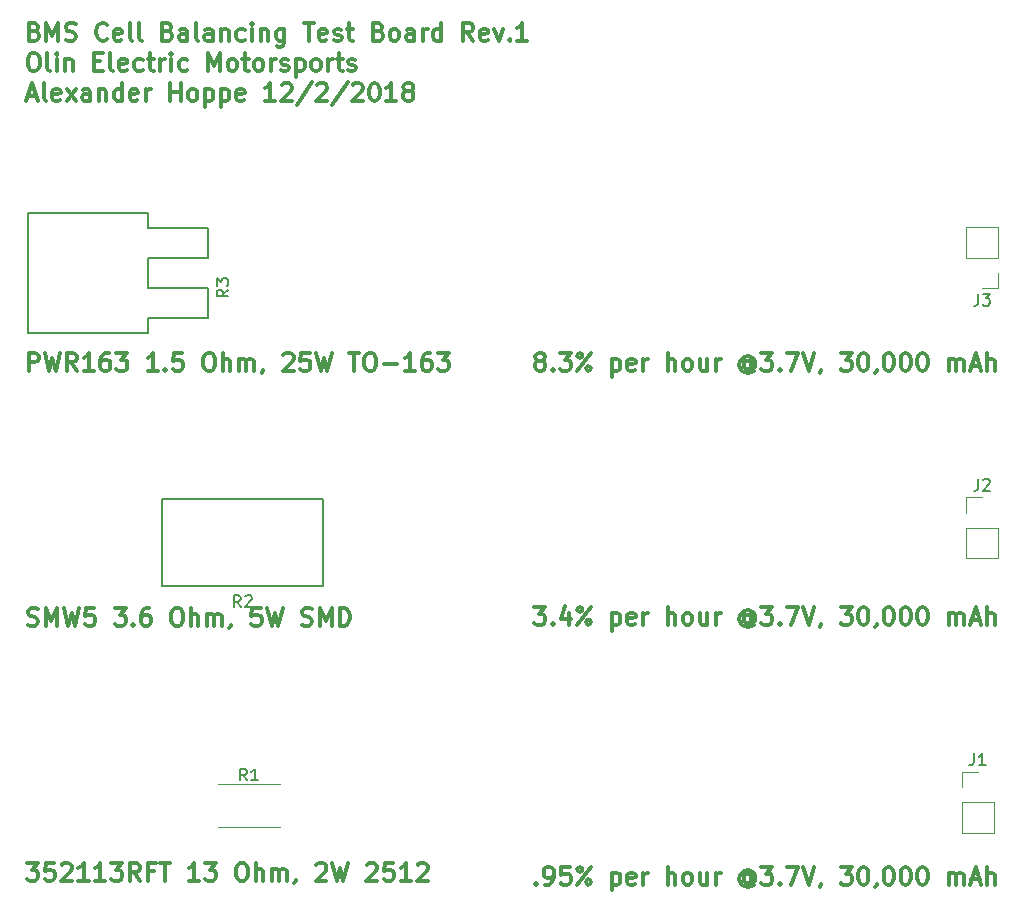
<source format=gbr>
G04 #@! TF.GenerationSoftware,KiCad,Pcbnew,5.0.2-bee76a0~70~ubuntu16.04.1*
G04 #@! TF.CreationDate,2018-12-03T21:57:15-05:00*
G04 #@! TF.ProjectId,BMS_balancing_test,424d535f-6261-46c6-916e-63696e675f74,rev?*
G04 #@! TF.SameCoordinates,Original*
G04 #@! TF.FileFunction,Legend,Top*
G04 #@! TF.FilePolarity,Positive*
%FSLAX46Y46*%
G04 Gerber Fmt 4.6, Leading zero omitted, Abs format (unit mm)*
G04 Created by KiCad (PCBNEW 5.0.2-bee76a0~70~ubuntu16.04.1) date Mon 03 Dec 2018 09:57:15 PM EST*
%MOMM*%
%LPD*%
G01*
G04 APERTURE LIST*
%ADD10C,0.300000*%
%ADD11C,0.120000*%
%ADD12C,0.150000*%
G04 APERTURE END LIST*
D10*
X112090714Y-107535714D02*
X112162142Y-107607142D01*
X112090714Y-107678571D01*
X112019285Y-107607142D01*
X112090714Y-107535714D01*
X112090714Y-107678571D01*
X112876428Y-107678571D02*
X113162142Y-107678571D01*
X113305000Y-107607142D01*
X113376428Y-107535714D01*
X113519285Y-107321428D01*
X113590714Y-107035714D01*
X113590714Y-106464285D01*
X113519285Y-106321428D01*
X113447857Y-106250000D01*
X113305000Y-106178571D01*
X113019285Y-106178571D01*
X112876428Y-106250000D01*
X112805000Y-106321428D01*
X112733571Y-106464285D01*
X112733571Y-106821428D01*
X112805000Y-106964285D01*
X112876428Y-107035714D01*
X113019285Y-107107142D01*
X113305000Y-107107142D01*
X113447857Y-107035714D01*
X113519285Y-106964285D01*
X113590714Y-106821428D01*
X114947857Y-106178571D02*
X114233571Y-106178571D01*
X114162142Y-106892857D01*
X114233571Y-106821428D01*
X114376428Y-106750000D01*
X114733571Y-106750000D01*
X114876428Y-106821428D01*
X114947857Y-106892857D01*
X115019285Y-107035714D01*
X115019285Y-107392857D01*
X114947857Y-107535714D01*
X114876428Y-107607142D01*
X114733571Y-107678571D01*
X114376428Y-107678571D01*
X114233571Y-107607142D01*
X114162142Y-107535714D01*
X115590714Y-107678571D02*
X116733571Y-106178571D01*
X115805000Y-106178571D02*
X115947857Y-106250000D01*
X116019285Y-106392857D01*
X115947857Y-106535714D01*
X115805000Y-106607142D01*
X115662142Y-106535714D01*
X115590714Y-106392857D01*
X115662142Y-106250000D01*
X115805000Y-106178571D01*
X116662142Y-107607142D02*
X116733571Y-107464285D01*
X116662142Y-107321428D01*
X116519285Y-107250000D01*
X116376428Y-107321428D01*
X116305000Y-107464285D01*
X116376428Y-107607142D01*
X116519285Y-107678571D01*
X116662142Y-107607142D01*
X118519285Y-106678571D02*
X118519285Y-108178571D01*
X118519285Y-106750000D02*
X118662142Y-106678571D01*
X118947857Y-106678571D01*
X119090714Y-106750000D01*
X119162142Y-106821428D01*
X119233571Y-106964285D01*
X119233571Y-107392857D01*
X119162142Y-107535714D01*
X119090714Y-107607142D01*
X118947857Y-107678571D01*
X118662142Y-107678571D01*
X118519285Y-107607142D01*
X120447857Y-107607142D02*
X120305000Y-107678571D01*
X120019285Y-107678571D01*
X119876428Y-107607142D01*
X119805000Y-107464285D01*
X119805000Y-106892857D01*
X119876428Y-106750000D01*
X120019285Y-106678571D01*
X120305000Y-106678571D01*
X120447857Y-106750000D01*
X120519285Y-106892857D01*
X120519285Y-107035714D01*
X119805000Y-107178571D01*
X121162142Y-107678571D02*
X121162142Y-106678571D01*
X121162142Y-106964285D02*
X121233571Y-106821428D01*
X121305000Y-106750000D01*
X121447857Y-106678571D01*
X121590714Y-106678571D01*
X123233571Y-107678571D02*
X123233571Y-106178571D01*
X123876428Y-107678571D02*
X123876428Y-106892857D01*
X123805000Y-106750000D01*
X123662142Y-106678571D01*
X123447857Y-106678571D01*
X123305000Y-106750000D01*
X123233571Y-106821428D01*
X124805000Y-107678571D02*
X124662142Y-107607142D01*
X124590714Y-107535714D01*
X124519285Y-107392857D01*
X124519285Y-106964285D01*
X124590714Y-106821428D01*
X124662142Y-106750000D01*
X124805000Y-106678571D01*
X125019285Y-106678571D01*
X125162142Y-106750000D01*
X125233571Y-106821428D01*
X125305000Y-106964285D01*
X125305000Y-107392857D01*
X125233571Y-107535714D01*
X125162142Y-107607142D01*
X125019285Y-107678571D01*
X124805000Y-107678571D01*
X126590714Y-106678571D02*
X126590714Y-107678571D01*
X125947857Y-106678571D02*
X125947857Y-107464285D01*
X126019285Y-107607142D01*
X126162142Y-107678571D01*
X126376428Y-107678571D01*
X126519285Y-107607142D01*
X126590714Y-107535714D01*
X127305000Y-107678571D02*
X127305000Y-106678571D01*
X127305000Y-106964285D02*
X127376428Y-106821428D01*
X127447857Y-106750000D01*
X127590714Y-106678571D01*
X127733571Y-106678571D01*
X130305000Y-106964285D02*
X130233571Y-106892857D01*
X130090714Y-106821428D01*
X129947857Y-106821428D01*
X129805000Y-106892857D01*
X129733571Y-106964285D01*
X129662142Y-107107142D01*
X129662142Y-107250000D01*
X129733571Y-107392857D01*
X129805000Y-107464285D01*
X129947857Y-107535714D01*
X130090714Y-107535714D01*
X130233571Y-107464285D01*
X130305000Y-107392857D01*
X130305000Y-106821428D02*
X130305000Y-107392857D01*
X130376428Y-107464285D01*
X130447857Y-107464285D01*
X130590714Y-107392857D01*
X130662142Y-107250000D01*
X130662142Y-106892857D01*
X130519285Y-106678571D01*
X130305000Y-106535714D01*
X130019285Y-106464285D01*
X129733571Y-106535714D01*
X129519285Y-106678571D01*
X129376428Y-106892857D01*
X129305000Y-107178571D01*
X129376428Y-107464285D01*
X129519285Y-107678571D01*
X129733571Y-107821428D01*
X130019285Y-107892857D01*
X130305000Y-107821428D01*
X130519285Y-107678571D01*
X131162142Y-106178571D02*
X132090714Y-106178571D01*
X131590714Y-106750000D01*
X131805000Y-106750000D01*
X131947857Y-106821428D01*
X132019285Y-106892857D01*
X132090714Y-107035714D01*
X132090714Y-107392857D01*
X132019285Y-107535714D01*
X131947857Y-107607142D01*
X131805000Y-107678571D01*
X131376428Y-107678571D01*
X131233571Y-107607142D01*
X131162142Y-107535714D01*
X132733571Y-107535714D02*
X132805000Y-107607142D01*
X132733571Y-107678571D01*
X132662142Y-107607142D01*
X132733571Y-107535714D01*
X132733571Y-107678571D01*
X133305000Y-106178571D02*
X134305000Y-106178571D01*
X133662142Y-107678571D01*
X134662142Y-106178571D02*
X135162142Y-107678571D01*
X135662142Y-106178571D01*
X136233571Y-107607142D02*
X136233571Y-107678571D01*
X136162142Y-107821428D01*
X136090714Y-107892857D01*
X137876428Y-106178571D02*
X138805000Y-106178571D01*
X138305000Y-106750000D01*
X138519285Y-106750000D01*
X138662142Y-106821428D01*
X138733571Y-106892857D01*
X138805000Y-107035714D01*
X138805000Y-107392857D01*
X138733571Y-107535714D01*
X138662142Y-107607142D01*
X138519285Y-107678571D01*
X138090714Y-107678571D01*
X137947857Y-107607142D01*
X137876428Y-107535714D01*
X139733571Y-106178571D02*
X139876428Y-106178571D01*
X140019285Y-106250000D01*
X140090714Y-106321428D01*
X140162142Y-106464285D01*
X140233571Y-106750000D01*
X140233571Y-107107142D01*
X140162142Y-107392857D01*
X140090714Y-107535714D01*
X140019285Y-107607142D01*
X139876428Y-107678571D01*
X139733571Y-107678571D01*
X139590714Y-107607142D01*
X139519285Y-107535714D01*
X139447857Y-107392857D01*
X139376428Y-107107142D01*
X139376428Y-106750000D01*
X139447857Y-106464285D01*
X139519285Y-106321428D01*
X139590714Y-106250000D01*
X139733571Y-106178571D01*
X140947857Y-107607142D02*
X140947857Y-107678571D01*
X140876428Y-107821428D01*
X140805000Y-107892857D01*
X141876428Y-106178571D02*
X142019285Y-106178571D01*
X142162142Y-106250000D01*
X142233571Y-106321428D01*
X142305000Y-106464285D01*
X142376428Y-106750000D01*
X142376428Y-107107142D01*
X142305000Y-107392857D01*
X142233571Y-107535714D01*
X142162142Y-107607142D01*
X142019285Y-107678571D01*
X141876428Y-107678571D01*
X141733571Y-107607142D01*
X141662142Y-107535714D01*
X141590714Y-107392857D01*
X141519285Y-107107142D01*
X141519285Y-106750000D01*
X141590714Y-106464285D01*
X141662142Y-106321428D01*
X141733571Y-106250000D01*
X141876428Y-106178571D01*
X143305000Y-106178571D02*
X143447857Y-106178571D01*
X143590714Y-106250000D01*
X143662142Y-106321428D01*
X143733571Y-106464285D01*
X143805000Y-106750000D01*
X143805000Y-107107142D01*
X143733571Y-107392857D01*
X143662142Y-107535714D01*
X143590714Y-107607142D01*
X143447857Y-107678571D01*
X143305000Y-107678571D01*
X143162142Y-107607142D01*
X143090714Y-107535714D01*
X143019285Y-107392857D01*
X142947857Y-107107142D01*
X142947857Y-106750000D01*
X143019285Y-106464285D01*
X143090714Y-106321428D01*
X143162142Y-106250000D01*
X143305000Y-106178571D01*
X144733571Y-106178571D02*
X144876428Y-106178571D01*
X145019285Y-106250000D01*
X145090714Y-106321428D01*
X145162142Y-106464285D01*
X145233571Y-106750000D01*
X145233571Y-107107142D01*
X145162142Y-107392857D01*
X145090714Y-107535714D01*
X145019285Y-107607142D01*
X144876428Y-107678571D01*
X144733571Y-107678571D01*
X144590714Y-107607142D01*
X144519285Y-107535714D01*
X144447857Y-107392857D01*
X144376428Y-107107142D01*
X144376428Y-106750000D01*
X144447857Y-106464285D01*
X144519285Y-106321428D01*
X144590714Y-106250000D01*
X144733571Y-106178571D01*
X147019285Y-107678571D02*
X147019285Y-106678571D01*
X147019285Y-106821428D02*
X147090714Y-106750000D01*
X147233571Y-106678571D01*
X147447857Y-106678571D01*
X147590714Y-106750000D01*
X147662142Y-106892857D01*
X147662142Y-107678571D01*
X147662142Y-106892857D02*
X147733571Y-106750000D01*
X147876428Y-106678571D01*
X148090714Y-106678571D01*
X148233571Y-106750000D01*
X148305000Y-106892857D01*
X148305000Y-107678571D01*
X148947857Y-107250000D02*
X149662142Y-107250000D01*
X148805000Y-107678571D02*
X149305000Y-106178571D01*
X149805000Y-107678571D01*
X150305000Y-107678571D02*
X150305000Y-106178571D01*
X150947857Y-107678571D02*
X150947857Y-106892857D01*
X150876428Y-106750000D01*
X150733571Y-106678571D01*
X150519285Y-106678571D01*
X150376428Y-106750000D01*
X150305000Y-106821428D01*
X111947857Y-84178571D02*
X112876428Y-84178571D01*
X112376428Y-84750000D01*
X112590714Y-84750000D01*
X112733571Y-84821428D01*
X112805000Y-84892857D01*
X112876428Y-85035714D01*
X112876428Y-85392857D01*
X112805000Y-85535714D01*
X112733571Y-85607142D01*
X112590714Y-85678571D01*
X112162142Y-85678571D01*
X112019285Y-85607142D01*
X111947857Y-85535714D01*
X113519285Y-85535714D02*
X113590714Y-85607142D01*
X113519285Y-85678571D01*
X113447857Y-85607142D01*
X113519285Y-85535714D01*
X113519285Y-85678571D01*
X114876428Y-84678571D02*
X114876428Y-85678571D01*
X114519285Y-84107142D02*
X114162142Y-85178571D01*
X115090714Y-85178571D01*
X115590714Y-85678571D02*
X116733571Y-84178571D01*
X115805000Y-84178571D02*
X115947857Y-84250000D01*
X116019285Y-84392857D01*
X115947857Y-84535714D01*
X115805000Y-84607142D01*
X115662142Y-84535714D01*
X115590714Y-84392857D01*
X115662142Y-84250000D01*
X115805000Y-84178571D01*
X116662142Y-85607142D02*
X116733571Y-85464285D01*
X116662142Y-85321428D01*
X116519285Y-85250000D01*
X116376428Y-85321428D01*
X116305000Y-85464285D01*
X116376428Y-85607142D01*
X116519285Y-85678571D01*
X116662142Y-85607142D01*
X118519285Y-84678571D02*
X118519285Y-86178571D01*
X118519285Y-84750000D02*
X118662142Y-84678571D01*
X118947857Y-84678571D01*
X119090714Y-84750000D01*
X119162142Y-84821428D01*
X119233571Y-84964285D01*
X119233571Y-85392857D01*
X119162142Y-85535714D01*
X119090714Y-85607142D01*
X118947857Y-85678571D01*
X118662142Y-85678571D01*
X118519285Y-85607142D01*
X120447857Y-85607142D02*
X120305000Y-85678571D01*
X120019285Y-85678571D01*
X119876428Y-85607142D01*
X119805000Y-85464285D01*
X119805000Y-84892857D01*
X119876428Y-84750000D01*
X120019285Y-84678571D01*
X120305000Y-84678571D01*
X120447857Y-84750000D01*
X120519285Y-84892857D01*
X120519285Y-85035714D01*
X119805000Y-85178571D01*
X121162142Y-85678571D02*
X121162142Y-84678571D01*
X121162142Y-84964285D02*
X121233571Y-84821428D01*
X121305000Y-84750000D01*
X121447857Y-84678571D01*
X121590714Y-84678571D01*
X123233571Y-85678571D02*
X123233571Y-84178571D01*
X123876428Y-85678571D02*
X123876428Y-84892857D01*
X123805000Y-84750000D01*
X123662142Y-84678571D01*
X123447857Y-84678571D01*
X123305000Y-84750000D01*
X123233571Y-84821428D01*
X124805000Y-85678571D02*
X124662142Y-85607142D01*
X124590714Y-85535714D01*
X124519285Y-85392857D01*
X124519285Y-84964285D01*
X124590714Y-84821428D01*
X124662142Y-84750000D01*
X124805000Y-84678571D01*
X125019285Y-84678571D01*
X125162142Y-84750000D01*
X125233571Y-84821428D01*
X125305000Y-84964285D01*
X125305000Y-85392857D01*
X125233571Y-85535714D01*
X125162142Y-85607142D01*
X125019285Y-85678571D01*
X124805000Y-85678571D01*
X126590714Y-84678571D02*
X126590714Y-85678571D01*
X125947857Y-84678571D02*
X125947857Y-85464285D01*
X126019285Y-85607142D01*
X126162142Y-85678571D01*
X126376428Y-85678571D01*
X126519285Y-85607142D01*
X126590714Y-85535714D01*
X127305000Y-85678571D02*
X127305000Y-84678571D01*
X127305000Y-84964285D02*
X127376428Y-84821428D01*
X127447857Y-84750000D01*
X127590714Y-84678571D01*
X127733571Y-84678571D01*
X130305000Y-84964285D02*
X130233571Y-84892857D01*
X130090714Y-84821428D01*
X129947857Y-84821428D01*
X129805000Y-84892857D01*
X129733571Y-84964285D01*
X129662142Y-85107142D01*
X129662142Y-85250000D01*
X129733571Y-85392857D01*
X129805000Y-85464285D01*
X129947857Y-85535714D01*
X130090714Y-85535714D01*
X130233571Y-85464285D01*
X130305000Y-85392857D01*
X130305000Y-84821428D02*
X130305000Y-85392857D01*
X130376428Y-85464285D01*
X130447857Y-85464285D01*
X130590714Y-85392857D01*
X130662142Y-85250000D01*
X130662142Y-84892857D01*
X130519285Y-84678571D01*
X130305000Y-84535714D01*
X130019285Y-84464285D01*
X129733571Y-84535714D01*
X129519285Y-84678571D01*
X129376428Y-84892857D01*
X129305000Y-85178571D01*
X129376428Y-85464285D01*
X129519285Y-85678571D01*
X129733571Y-85821428D01*
X130019285Y-85892857D01*
X130305000Y-85821428D01*
X130519285Y-85678571D01*
X131162142Y-84178571D02*
X132090714Y-84178571D01*
X131590714Y-84750000D01*
X131805000Y-84750000D01*
X131947857Y-84821428D01*
X132019285Y-84892857D01*
X132090714Y-85035714D01*
X132090714Y-85392857D01*
X132019285Y-85535714D01*
X131947857Y-85607142D01*
X131805000Y-85678571D01*
X131376428Y-85678571D01*
X131233571Y-85607142D01*
X131162142Y-85535714D01*
X132733571Y-85535714D02*
X132805000Y-85607142D01*
X132733571Y-85678571D01*
X132662142Y-85607142D01*
X132733571Y-85535714D01*
X132733571Y-85678571D01*
X133305000Y-84178571D02*
X134305000Y-84178571D01*
X133662142Y-85678571D01*
X134662142Y-84178571D02*
X135162142Y-85678571D01*
X135662142Y-84178571D01*
X136233571Y-85607142D02*
X136233571Y-85678571D01*
X136162142Y-85821428D01*
X136090714Y-85892857D01*
X137876428Y-84178571D02*
X138805000Y-84178571D01*
X138305000Y-84750000D01*
X138519285Y-84750000D01*
X138662142Y-84821428D01*
X138733571Y-84892857D01*
X138805000Y-85035714D01*
X138805000Y-85392857D01*
X138733571Y-85535714D01*
X138662142Y-85607142D01*
X138519285Y-85678571D01*
X138090714Y-85678571D01*
X137947857Y-85607142D01*
X137876428Y-85535714D01*
X139733571Y-84178571D02*
X139876428Y-84178571D01*
X140019285Y-84250000D01*
X140090714Y-84321428D01*
X140162142Y-84464285D01*
X140233571Y-84750000D01*
X140233571Y-85107142D01*
X140162142Y-85392857D01*
X140090714Y-85535714D01*
X140019285Y-85607142D01*
X139876428Y-85678571D01*
X139733571Y-85678571D01*
X139590714Y-85607142D01*
X139519285Y-85535714D01*
X139447857Y-85392857D01*
X139376428Y-85107142D01*
X139376428Y-84750000D01*
X139447857Y-84464285D01*
X139519285Y-84321428D01*
X139590714Y-84250000D01*
X139733571Y-84178571D01*
X140947857Y-85607142D02*
X140947857Y-85678571D01*
X140876428Y-85821428D01*
X140805000Y-85892857D01*
X141876428Y-84178571D02*
X142019285Y-84178571D01*
X142162142Y-84250000D01*
X142233571Y-84321428D01*
X142305000Y-84464285D01*
X142376428Y-84750000D01*
X142376428Y-85107142D01*
X142305000Y-85392857D01*
X142233571Y-85535714D01*
X142162142Y-85607142D01*
X142019285Y-85678571D01*
X141876428Y-85678571D01*
X141733571Y-85607142D01*
X141662142Y-85535714D01*
X141590714Y-85392857D01*
X141519285Y-85107142D01*
X141519285Y-84750000D01*
X141590714Y-84464285D01*
X141662142Y-84321428D01*
X141733571Y-84250000D01*
X141876428Y-84178571D01*
X143305000Y-84178571D02*
X143447857Y-84178571D01*
X143590714Y-84250000D01*
X143662142Y-84321428D01*
X143733571Y-84464285D01*
X143805000Y-84750000D01*
X143805000Y-85107142D01*
X143733571Y-85392857D01*
X143662142Y-85535714D01*
X143590714Y-85607142D01*
X143447857Y-85678571D01*
X143305000Y-85678571D01*
X143162142Y-85607142D01*
X143090714Y-85535714D01*
X143019285Y-85392857D01*
X142947857Y-85107142D01*
X142947857Y-84750000D01*
X143019285Y-84464285D01*
X143090714Y-84321428D01*
X143162142Y-84250000D01*
X143305000Y-84178571D01*
X144733571Y-84178571D02*
X144876428Y-84178571D01*
X145019285Y-84250000D01*
X145090714Y-84321428D01*
X145162142Y-84464285D01*
X145233571Y-84750000D01*
X145233571Y-85107142D01*
X145162142Y-85392857D01*
X145090714Y-85535714D01*
X145019285Y-85607142D01*
X144876428Y-85678571D01*
X144733571Y-85678571D01*
X144590714Y-85607142D01*
X144519285Y-85535714D01*
X144447857Y-85392857D01*
X144376428Y-85107142D01*
X144376428Y-84750000D01*
X144447857Y-84464285D01*
X144519285Y-84321428D01*
X144590714Y-84250000D01*
X144733571Y-84178571D01*
X147019285Y-85678571D02*
X147019285Y-84678571D01*
X147019285Y-84821428D02*
X147090714Y-84750000D01*
X147233571Y-84678571D01*
X147447857Y-84678571D01*
X147590714Y-84750000D01*
X147662142Y-84892857D01*
X147662142Y-85678571D01*
X147662142Y-84892857D02*
X147733571Y-84750000D01*
X147876428Y-84678571D01*
X148090714Y-84678571D01*
X148233571Y-84750000D01*
X148305000Y-84892857D01*
X148305000Y-85678571D01*
X148947857Y-85250000D02*
X149662142Y-85250000D01*
X148805000Y-85678571D02*
X149305000Y-84178571D01*
X149805000Y-85678571D01*
X150305000Y-85678571D02*
X150305000Y-84178571D01*
X150947857Y-85678571D02*
X150947857Y-84892857D01*
X150876428Y-84750000D01*
X150733571Y-84678571D01*
X150519285Y-84678571D01*
X150376428Y-84750000D01*
X150305000Y-84821428D01*
X112305000Y-63321428D02*
X112162142Y-63250000D01*
X112090714Y-63178571D01*
X112019285Y-63035714D01*
X112019285Y-62964285D01*
X112090714Y-62821428D01*
X112162142Y-62750000D01*
X112305000Y-62678571D01*
X112590714Y-62678571D01*
X112733571Y-62750000D01*
X112805000Y-62821428D01*
X112876428Y-62964285D01*
X112876428Y-63035714D01*
X112805000Y-63178571D01*
X112733571Y-63250000D01*
X112590714Y-63321428D01*
X112305000Y-63321428D01*
X112162142Y-63392857D01*
X112090714Y-63464285D01*
X112019285Y-63607142D01*
X112019285Y-63892857D01*
X112090714Y-64035714D01*
X112162142Y-64107142D01*
X112305000Y-64178571D01*
X112590714Y-64178571D01*
X112733571Y-64107142D01*
X112805000Y-64035714D01*
X112876428Y-63892857D01*
X112876428Y-63607142D01*
X112805000Y-63464285D01*
X112733571Y-63392857D01*
X112590714Y-63321428D01*
X113519285Y-64035714D02*
X113590714Y-64107142D01*
X113519285Y-64178571D01*
X113447857Y-64107142D01*
X113519285Y-64035714D01*
X113519285Y-64178571D01*
X114090714Y-62678571D02*
X115019285Y-62678571D01*
X114519285Y-63250000D01*
X114733571Y-63250000D01*
X114876428Y-63321428D01*
X114947857Y-63392857D01*
X115019285Y-63535714D01*
X115019285Y-63892857D01*
X114947857Y-64035714D01*
X114876428Y-64107142D01*
X114733571Y-64178571D01*
X114305000Y-64178571D01*
X114162142Y-64107142D01*
X114090714Y-64035714D01*
X115590714Y-64178571D02*
X116733571Y-62678571D01*
X115805000Y-62678571D02*
X115947857Y-62750000D01*
X116019285Y-62892857D01*
X115947857Y-63035714D01*
X115805000Y-63107142D01*
X115662142Y-63035714D01*
X115590714Y-62892857D01*
X115662142Y-62750000D01*
X115805000Y-62678571D01*
X116662142Y-64107142D02*
X116733571Y-63964285D01*
X116662142Y-63821428D01*
X116519285Y-63750000D01*
X116376428Y-63821428D01*
X116305000Y-63964285D01*
X116376428Y-64107142D01*
X116519285Y-64178571D01*
X116662142Y-64107142D01*
X118519285Y-63178571D02*
X118519285Y-64678571D01*
X118519285Y-63250000D02*
X118662142Y-63178571D01*
X118947857Y-63178571D01*
X119090714Y-63250000D01*
X119162142Y-63321428D01*
X119233571Y-63464285D01*
X119233571Y-63892857D01*
X119162142Y-64035714D01*
X119090714Y-64107142D01*
X118947857Y-64178571D01*
X118662142Y-64178571D01*
X118519285Y-64107142D01*
X120447857Y-64107142D02*
X120305000Y-64178571D01*
X120019285Y-64178571D01*
X119876428Y-64107142D01*
X119805000Y-63964285D01*
X119805000Y-63392857D01*
X119876428Y-63250000D01*
X120019285Y-63178571D01*
X120305000Y-63178571D01*
X120447857Y-63250000D01*
X120519285Y-63392857D01*
X120519285Y-63535714D01*
X119805000Y-63678571D01*
X121162142Y-64178571D02*
X121162142Y-63178571D01*
X121162142Y-63464285D02*
X121233571Y-63321428D01*
X121305000Y-63250000D01*
X121447857Y-63178571D01*
X121590714Y-63178571D01*
X123233571Y-64178571D02*
X123233571Y-62678571D01*
X123876428Y-64178571D02*
X123876428Y-63392857D01*
X123805000Y-63250000D01*
X123662142Y-63178571D01*
X123447857Y-63178571D01*
X123305000Y-63250000D01*
X123233571Y-63321428D01*
X124805000Y-64178571D02*
X124662142Y-64107142D01*
X124590714Y-64035714D01*
X124519285Y-63892857D01*
X124519285Y-63464285D01*
X124590714Y-63321428D01*
X124662142Y-63250000D01*
X124805000Y-63178571D01*
X125019285Y-63178571D01*
X125162142Y-63250000D01*
X125233571Y-63321428D01*
X125305000Y-63464285D01*
X125305000Y-63892857D01*
X125233571Y-64035714D01*
X125162142Y-64107142D01*
X125019285Y-64178571D01*
X124805000Y-64178571D01*
X126590714Y-63178571D02*
X126590714Y-64178571D01*
X125947857Y-63178571D02*
X125947857Y-63964285D01*
X126019285Y-64107142D01*
X126162142Y-64178571D01*
X126376428Y-64178571D01*
X126519285Y-64107142D01*
X126590714Y-64035714D01*
X127305000Y-64178571D02*
X127305000Y-63178571D01*
X127305000Y-63464285D02*
X127376428Y-63321428D01*
X127447857Y-63250000D01*
X127590714Y-63178571D01*
X127733571Y-63178571D01*
X130305000Y-63464285D02*
X130233571Y-63392857D01*
X130090714Y-63321428D01*
X129947857Y-63321428D01*
X129805000Y-63392857D01*
X129733571Y-63464285D01*
X129662142Y-63607142D01*
X129662142Y-63750000D01*
X129733571Y-63892857D01*
X129805000Y-63964285D01*
X129947857Y-64035714D01*
X130090714Y-64035714D01*
X130233571Y-63964285D01*
X130305000Y-63892857D01*
X130305000Y-63321428D02*
X130305000Y-63892857D01*
X130376428Y-63964285D01*
X130447857Y-63964285D01*
X130590714Y-63892857D01*
X130662142Y-63750000D01*
X130662142Y-63392857D01*
X130519285Y-63178571D01*
X130305000Y-63035714D01*
X130019285Y-62964285D01*
X129733571Y-63035714D01*
X129519285Y-63178571D01*
X129376428Y-63392857D01*
X129305000Y-63678571D01*
X129376428Y-63964285D01*
X129519285Y-64178571D01*
X129733571Y-64321428D01*
X130019285Y-64392857D01*
X130305000Y-64321428D01*
X130519285Y-64178571D01*
X131162142Y-62678571D02*
X132090714Y-62678571D01*
X131590714Y-63250000D01*
X131805000Y-63250000D01*
X131947857Y-63321428D01*
X132019285Y-63392857D01*
X132090714Y-63535714D01*
X132090714Y-63892857D01*
X132019285Y-64035714D01*
X131947857Y-64107142D01*
X131805000Y-64178571D01*
X131376428Y-64178571D01*
X131233571Y-64107142D01*
X131162142Y-64035714D01*
X132733571Y-64035714D02*
X132805000Y-64107142D01*
X132733571Y-64178571D01*
X132662142Y-64107142D01*
X132733571Y-64035714D01*
X132733571Y-64178571D01*
X133305000Y-62678571D02*
X134305000Y-62678571D01*
X133662142Y-64178571D01*
X134662142Y-62678571D02*
X135162142Y-64178571D01*
X135662142Y-62678571D01*
X136233571Y-64107142D02*
X136233571Y-64178571D01*
X136162142Y-64321428D01*
X136090714Y-64392857D01*
X137876428Y-62678571D02*
X138805000Y-62678571D01*
X138305000Y-63250000D01*
X138519285Y-63250000D01*
X138662142Y-63321428D01*
X138733571Y-63392857D01*
X138805000Y-63535714D01*
X138805000Y-63892857D01*
X138733571Y-64035714D01*
X138662142Y-64107142D01*
X138519285Y-64178571D01*
X138090714Y-64178571D01*
X137947857Y-64107142D01*
X137876428Y-64035714D01*
X139733571Y-62678571D02*
X139876428Y-62678571D01*
X140019285Y-62750000D01*
X140090714Y-62821428D01*
X140162142Y-62964285D01*
X140233571Y-63250000D01*
X140233571Y-63607142D01*
X140162142Y-63892857D01*
X140090714Y-64035714D01*
X140019285Y-64107142D01*
X139876428Y-64178571D01*
X139733571Y-64178571D01*
X139590714Y-64107142D01*
X139519285Y-64035714D01*
X139447857Y-63892857D01*
X139376428Y-63607142D01*
X139376428Y-63250000D01*
X139447857Y-62964285D01*
X139519285Y-62821428D01*
X139590714Y-62750000D01*
X139733571Y-62678571D01*
X140947857Y-64107142D02*
X140947857Y-64178571D01*
X140876428Y-64321428D01*
X140805000Y-64392857D01*
X141876428Y-62678571D02*
X142019285Y-62678571D01*
X142162142Y-62750000D01*
X142233571Y-62821428D01*
X142305000Y-62964285D01*
X142376428Y-63250000D01*
X142376428Y-63607142D01*
X142305000Y-63892857D01*
X142233571Y-64035714D01*
X142162142Y-64107142D01*
X142019285Y-64178571D01*
X141876428Y-64178571D01*
X141733571Y-64107142D01*
X141662142Y-64035714D01*
X141590714Y-63892857D01*
X141519285Y-63607142D01*
X141519285Y-63250000D01*
X141590714Y-62964285D01*
X141662142Y-62821428D01*
X141733571Y-62750000D01*
X141876428Y-62678571D01*
X143305000Y-62678571D02*
X143447857Y-62678571D01*
X143590714Y-62750000D01*
X143662142Y-62821428D01*
X143733571Y-62964285D01*
X143805000Y-63250000D01*
X143805000Y-63607142D01*
X143733571Y-63892857D01*
X143662142Y-64035714D01*
X143590714Y-64107142D01*
X143447857Y-64178571D01*
X143305000Y-64178571D01*
X143162142Y-64107142D01*
X143090714Y-64035714D01*
X143019285Y-63892857D01*
X142947857Y-63607142D01*
X142947857Y-63250000D01*
X143019285Y-62964285D01*
X143090714Y-62821428D01*
X143162142Y-62750000D01*
X143305000Y-62678571D01*
X144733571Y-62678571D02*
X144876428Y-62678571D01*
X145019285Y-62750000D01*
X145090714Y-62821428D01*
X145162142Y-62964285D01*
X145233571Y-63250000D01*
X145233571Y-63607142D01*
X145162142Y-63892857D01*
X145090714Y-64035714D01*
X145019285Y-64107142D01*
X144876428Y-64178571D01*
X144733571Y-64178571D01*
X144590714Y-64107142D01*
X144519285Y-64035714D01*
X144447857Y-63892857D01*
X144376428Y-63607142D01*
X144376428Y-63250000D01*
X144447857Y-62964285D01*
X144519285Y-62821428D01*
X144590714Y-62750000D01*
X144733571Y-62678571D01*
X147019285Y-64178571D02*
X147019285Y-63178571D01*
X147019285Y-63321428D02*
X147090714Y-63250000D01*
X147233571Y-63178571D01*
X147447857Y-63178571D01*
X147590714Y-63250000D01*
X147662142Y-63392857D01*
X147662142Y-64178571D01*
X147662142Y-63392857D02*
X147733571Y-63250000D01*
X147876428Y-63178571D01*
X148090714Y-63178571D01*
X148233571Y-63250000D01*
X148305000Y-63392857D01*
X148305000Y-64178571D01*
X148947857Y-63750000D02*
X149662142Y-63750000D01*
X148805000Y-64178571D02*
X149305000Y-62678571D01*
X149805000Y-64178571D01*
X150305000Y-64178571D02*
X150305000Y-62678571D01*
X150947857Y-64178571D02*
X150947857Y-63392857D01*
X150876428Y-63250000D01*
X150733571Y-63178571D01*
X150519285Y-63178571D01*
X150376428Y-63250000D01*
X150305000Y-63321428D01*
X68989285Y-105858571D02*
X69917857Y-105858571D01*
X69417857Y-106430000D01*
X69632142Y-106430000D01*
X69775000Y-106501428D01*
X69846428Y-106572857D01*
X69917857Y-106715714D01*
X69917857Y-107072857D01*
X69846428Y-107215714D01*
X69775000Y-107287142D01*
X69632142Y-107358571D01*
X69203571Y-107358571D01*
X69060714Y-107287142D01*
X68989285Y-107215714D01*
X71275000Y-105858571D02*
X70560714Y-105858571D01*
X70489285Y-106572857D01*
X70560714Y-106501428D01*
X70703571Y-106430000D01*
X71060714Y-106430000D01*
X71203571Y-106501428D01*
X71275000Y-106572857D01*
X71346428Y-106715714D01*
X71346428Y-107072857D01*
X71275000Y-107215714D01*
X71203571Y-107287142D01*
X71060714Y-107358571D01*
X70703571Y-107358571D01*
X70560714Y-107287142D01*
X70489285Y-107215714D01*
X71917857Y-106001428D02*
X71989285Y-105930000D01*
X72132142Y-105858571D01*
X72489285Y-105858571D01*
X72632142Y-105930000D01*
X72703571Y-106001428D01*
X72775000Y-106144285D01*
X72775000Y-106287142D01*
X72703571Y-106501428D01*
X71846428Y-107358571D01*
X72775000Y-107358571D01*
X74203571Y-107358571D02*
X73346428Y-107358571D01*
X73775000Y-107358571D02*
X73775000Y-105858571D01*
X73632142Y-106072857D01*
X73489285Y-106215714D01*
X73346428Y-106287142D01*
X75632142Y-107358571D02*
X74775000Y-107358571D01*
X75203571Y-107358571D02*
X75203571Y-105858571D01*
X75060714Y-106072857D01*
X74917857Y-106215714D01*
X74775000Y-106287142D01*
X76132142Y-105858571D02*
X77060714Y-105858571D01*
X76560714Y-106430000D01*
X76775000Y-106430000D01*
X76917857Y-106501428D01*
X76989285Y-106572857D01*
X77060714Y-106715714D01*
X77060714Y-107072857D01*
X76989285Y-107215714D01*
X76917857Y-107287142D01*
X76775000Y-107358571D01*
X76346428Y-107358571D01*
X76203571Y-107287142D01*
X76132142Y-107215714D01*
X78560714Y-107358571D02*
X78060714Y-106644285D01*
X77703571Y-107358571D02*
X77703571Y-105858571D01*
X78275000Y-105858571D01*
X78417857Y-105930000D01*
X78489285Y-106001428D01*
X78560714Y-106144285D01*
X78560714Y-106358571D01*
X78489285Y-106501428D01*
X78417857Y-106572857D01*
X78275000Y-106644285D01*
X77703571Y-106644285D01*
X79703571Y-106572857D02*
X79203571Y-106572857D01*
X79203571Y-107358571D02*
X79203571Y-105858571D01*
X79917857Y-105858571D01*
X80275000Y-105858571D02*
X81132142Y-105858571D01*
X80703571Y-107358571D02*
X80703571Y-105858571D01*
X83560714Y-107358571D02*
X82703571Y-107358571D01*
X83132142Y-107358571D02*
X83132142Y-105858571D01*
X82989285Y-106072857D01*
X82846428Y-106215714D01*
X82703571Y-106287142D01*
X84060714Y-105858571D02*
X84989285Y-105858571D01*
X84489285Y-106430000D01*
X84703571Y-106430000D01*
X84846428Y-106501428D01*
X84917857Y-106572857D01*
X84989285Y-106715714D01*
X84989285Y-107072857D01*
X84917857Y-107215714D01*
X84846428Y-107287142D01*
X84703571Y-107358571D01*
X84275000Y-107358571D01*
X84132142Y-107287142D01*
X84060714Y-107215714D01*
X87060714Y-105858571D02*
X87346428Y-105858571D01*
X87489285Y-105930000D01*
X87632142Y-106072857D01*
X87703571Y-106358571D01*
X87703571Y-106858571D01*
X87632142Y-107144285D01*
X87489285Y-107287142D01*
X87346428Y-107358571D01*
X87060714Y-107358571D01*
X86917857Y-107287142D01*
X86775000Y-107144285D01*
X86703571Y-106858571D01*
X86703571Y-106358571D01*
X86775000Y-106072857D01*
X86917857Y-105930000D01*
X87060714Y-105858571D01*
X88346428Y-107358571D02*
X88346428Y-105858571D01*
X88989285Y-107358571D02*
X88989285Y-106572857D01*
X88917857Y-106430000D01*
X88775000Y-106358571D01*
X88560714Y-106358571D01*
X88417857Y-106430000D01*
X88346428Y-106501428D01*
X89703571Y-107358571D02*
X89703571Y-106358571D01*
X89703571Y-106501428D02*
X89775000Y-106430000D01*
X89917857Y-106358571D01*
X90132142Y-106358571D01*
X90275000Y-106430000D01*
X90346428Y-106572857D01*
X90346428Y-107358571D01*
X90346428Y-106572857D02*
X90417857Y-106430000D01*
X90560714Y-106358571D01*
X90775000Y-106358571D01*
X90917857Y-106430000D01*
X90989285Y-106572857D01*
X90989285Y-107358571D01*
X91775000Y-107287142D02*
X91775000Y-107358571D01*
X91703571Y-107501428D01*
X91632142Y-107572857D01*
X93489285Y-106001428D02*
X93560714Y-105930000D01*
X93703571Y-105858571D01*
X94060714Y-105858571D01*
X94203571Y-105930000D01*
X94275000Y-106001428D01*
X94346428Y-106144285D01*
X94346428Y-106287142D01*
X94275000Y-106501428D01*
X93417857Y-107358571D01*
X94346428Y-107358571D01*
X94846428Y-105858571D02*
X95203571Y-107358571D01*
X95489285Y-106287142D01*
X95775000Y-107358571D01*
X96132142Y-105858571D01*
X97775000Y-106001428D02*
X97846428Y-105930000D01*
X97989285Y-105858571D01*
X98346428Y-105858571D01*
X98489285Y-105930000D01*
X98560714Y-106001428D01*
X98632142Y-106144285D01*
X98632142Y-106287142D01*
X98560714Y-106501428D01*
X97703571Y-107358571D01*
X98632142Y-107358571D01*
X99989285Y-105858571D02*
X99275000Y-105858571D01*
X99203571Y-106572857D01*
X99275000Y-106501428D01*
X99417857Y-106430000D01*
X99775000Y-106430000D01*
X99917857Y-106501428D01*
X99989285Y-106572857D01*
X100060714Y-106715714D01*
X100060714Y-107072857D01*
X99989285Y-107215714D01*
X99917857Y-107287142D01*
X99775000Y-107358571D01*
X99417857Y-107358571D01*
X99275000Y-107287142D01*
X99203571Y-107215714D01*
X101489285Y-107358571D02*
X100632142Y-107358571D01*
X101060714Y-107358571D02*
X101060714Y-105858571D01*
X100917857Y-106072857D01*
X100775000Y-106215714D01*
X100632142Y-106287142D01*
X102060714Y-106001428D02*
X102132142Y-105930000D01*
X102275000Y-105858571D01*
X102632142Y-105858571D01*
X102775000Y-105930000D01*
X102846428Y-106001428D01*
X102917857Y-106144285D01*
X102917857Y-106287142D01*
X102846428Y-106501428D01*
X101989285Y-107358571D01*
X102917857Y-107358571D01*
X69060714Y-85692142D02*
X69275000Y-85763571D01*
X69632142Y-85763571D01*
X69775000Y-85692142D01*
X69846428Y-85620714D01*
X69917857Y-85477857D01*
X69917857Y-85335000D01*
X69846428Y-85192142D01*
X69775000Y-85120714D01*
X69632142Y-85049285D01*
X69346428Y-84977857D01*
X69203571Y-84906428D01*
X69132142Y-84835000D01*
X69060714Y-84692142D01*
X69060714Y-84549285D01*
X69132142Y-84406428D01*
X69203571Y-84335000D01*
X69346428Y-84263571D01*
X69703571Y-84263571D01*
X69917857Y-84335000D01*
X70560714Y-85763571D02*
X70560714Y-84263571D01*
X71060714Y-85335000D01*
X71560714Y-84263571D01*
X71560714Y-85763571D01*
X72132142Y-84263571D02*
X72489285Y-85763571D01*
X72775000Y-84692142D01*
X73060714Y-85763571D01*
X73417857Y-84263571D01*
X74703571Y-84263571D02*
X73989285Y-84263571D01*
X73917857Y-84977857D01*
X73989285Y-84906428D01*
X74132142Y-84835000D01*
X74489285Y-84835000D01*
X74632142Y-84906428D01*
X74703571Y-84977857D01*
X74775000Y-85120714D01*
X74775000Y-85477857D01*
X74703571Y-85620714D01*
X74632142Y-85692142D01*
X74489285Y-85763571D01*
X74132142Y-85763571D01*
X73989285Y-85692142D01*
X73917857Y-85620714D01*
X76417857Y-84263571D02*
X77346428Y-84263571D01*
X76846428Y-84835000D01*
X77060714Y-84835000D01*
X77203571Y-84906428D01*
X77275000Y-84977857D01*
X77346428Y-85120714D01*
X77346428Y-85477857D01*
X77275000Y-85620714D01*
X77203571Y-85692142D01*
X77060714Y-85763571D01*
X76632142Y-85763571D01*
X76489285Y-85692142D01*
X76417857Y-85620714D01*
X77989285Y-85620714D02*
X78060714Y-85692142D01*
X77989285Y-85763571D01*
X77917857Y-85692142D01*
X77989285Y-85620714D01*
X77989285Y-85763571D01*
X79346428Y-84263571D02*
X79060714Y-84263571D01*
X78917857Y-84335000D01*
X78846428Y-84406428D01*
X78703571Y-84620714D01*
X78632142Y-84906428D01*
X78632142Y-85477857D01*
X78703571Y-85620714D01*
X78775000Y-85692142D01*
X78917857Y-85763571D01*
X79203571Y-85763571D01*
X79346428Y-85692142D01*
X79417857Y-85620714D01*
X79489285Y-85477857D01*
X79489285Y-85120714D01*
X79417857Y-84977857D01*
X79346428Y-84906428D01*
X79203571Y-84835000D01*
X78917857Y-84835000D01*
X78775000Y-84906428D01*
X78703571Y-84977857D01*
X78632142Y-85120714D01*
X81560714Y-84263571D02*
X81846428Y-84263571D01*
X81989285Y-84335000D01*
X82132142Y-84477857D01*
X82203571Y-84763571D01*
X82203571Y-85263571D01*
X82132142Y-85549285D01*
X81989285Y-85692142D01*
X81846428Y-85763571D01*
X81560714Y-85763571D01*
X81417857Y-85692142D01*
X81275000Y-85549285D01*
X81203571Y-85263571D01*
X81203571Y-84763571D01*
X81275000Y-84477857D01*
X81417857Y-84335000D01*
X81560714Y-84263571D01*
X82846428Y-85763571D02*
X82846428Y-84263571D01*
X83489285Y-85763571D02*
X83489285Y-84977857D01*
X83417857Y-84835000D01*
X83275000Y-84763571D01*
X83060714Y-84763571D01*
X82917857Y-84835000D01*
X82846428Y-84906428D01*
X84203571Y-85763571D02*
X84203571Y-84763571D01*
X84203571Y-84906428D02*
X84275000Y-84835000D01*
X84417857Y-84763571D01*
X84632142Y-84763571D01*
X84775000Y-84835000D01*
X84846428Y-84977857D01*
X84846428Y-85763571D01*
X84846428Y-84977857D02*
X84917857Y-84835000D01*
X85060714Y-84763571D01*
X85275000Y-84763571D01*
X85417857Y-84835000D01*
X85489285Y-84977857D01*
X85489285Y-85763571D01*
X86275000Y-85692142D02*
X86275000Y-85763571D01*
X86203571Y-85906428D01*
X86132142Y-85977857D01*
X88775000Y-84263571D02*
X88060714Y-84263571D01*
X87989285Y-84977857D01*
X88060714Y-84906428D01*
X88203571Y-84835000D01*
X88560714Y-84835000D01*
X88703571Y-84906428D01*
X88775000Y-84977857D01*
X88846428Y-85120714D01*
X88846428Y-85477857D01*
X88775000Y-85620714D01*
X88703571Y-85692142D01*
X88560714Y-85763571D01*
X88203571Y-85763571D01*
X88060714Y-85692142D01*
X87989285Y-85620714D01*
X89346428Y-84263571D02*
X89703571Y-85763571D01*
X89989285Y-84692142D01*
X90275000Y-85763571D01*
X90632142Y-84263571D01*
X92275000Y-85692142D02*
X92489285Y-85763571D01*
X92846428Y-85763571D01*
X92989285Y-85692142D01*
X93060714Y-85620714D01*
X93132142Y-85477857D01*
X93132142Y-85335000D01*
X93060714Y-85192142D01*
X92989285Y-85120714D01*
X92846428Y-85049285D01*
X92560714Y-84977857D01*
X92417857Y-84906428D01*
X92346428Y-84835000D01*
X92275000Y-84692142D01*
X92275000Y-84549285D01*
X92346428Y-84406428D01*
X92417857Y-84335000D01*
X92560714Y-84263571D01*
X92917857Y-84263571D01*
X93132142Y-84335000D01*
X93775000Y-85763571D02*
X93775000Y-84263571D01*
X94275000Y-85335000D01*
X94775000Y-84263571D01*
X94775000Y-85763571D01*
X95489285Y-85763571D02*
X95489285Y-84263571D01*
X95846428Y-84263571D01*
X96060714Y-84335000D01*
X96203571Y-84477857D01*
X96274999Y-84620714D01*
X96346428Y-84906428D01*
X96346428Y-85120714D01*
X96274999Y-85406428D01*
X96203571Y-85549285D01*
X96060714Y-85692142D01*
X95846428Y-85763571D01*
X95489285Y-85763571D01*
X69132142Y-64178571D02*
X69132142Y-62678571D01*
X69703571Y-62678571D01*
X69846428Y-62750000D01*
X69917857Y-62821428D01*
X69989285Y-62964285D01*
X69989285Y-63178571D01*
X69917857Y-63321428D01*
X69846428Y-63392857D01*
X69703571Y-63464285D01*
X69132142Y-63464285D01*
X70489285Y-62678571D02*
X70846428Y-64178571D01*
X71132142Y-63107142D01*
X71417857Y-64178571D01*
X71775000Y-62678571D01*
X73203571Y-64178571D02*
X72703571Y-63464285D01*
X72346428Y-64178571D02*
X72346428Y-62678571D01*
X72917857Y-62678571D01*
X73060714Y-62750000D01*
X73132142Y-62821428D01*
X73203571Y-62964285D01*
X73203571Y-63178571D01*
X73132142Y-63321428D01*
X73060714Y-63392857D01*
X72917857Y-63464285D01*
X72346428Y-63464285D01*
X74632142Y-64178571D02*
X73775000Y-64178571D01*
X74203571Y-64178571D02*
X74203571Y-62678571D01*
X74060714Y-62892857D01*
X73917857Y-63035714D01*
X73775000Y-63107142D01*
X75917857Y-62678571D02*
X75632142Y-62678571D01*
X75489285Y-62750000D01*
X75417857Y-62821428D01*
X75275000Y-63035714D01*
X75203571Y-63321428D01*
X75203571Y-63892857D01*
X75275000Y-64035714D01*
X75346428Y-64107142D01*
X75489285Y-64178571D01*
X75775000Y-64178571D01*
X75917857Y-64107142D01*
X75989285Y-64035714D01*
X76060714Y-63892857D01*
X76060714Y-63535714D01*
X75989285Y-63392857D01*
X75917857Y-63321428D01*
X75775000Y-63250000D01*
X75489285Y-63250000D01*
X75346428Y-63321428D01*
X75275000Y-63392857D01*
X75203571Y-63535714D01*
X76560714Y-62678571D02*
X77489285Y-62678571D01*
X76989285Y-63250000D01*
X77203571Y-63250000D01*
X77346428Y-63321428D01*
X77417857Y-63392857D01*
X77489285Y-63535714D01*
X77489285Y-63892857D01*
X77417857Y-64035714D01*
X77346428Y-64107142D01*
X77203571Y-64178571D01*
X76775000Y-64178571D01*
X76632142Y-64107142D01*
X76560714Y-64035714D01*
X80060714Y-64178571D02*
X79203571Y-64178571D01*
X79632142Y-64178571D02*
X79632142Y-62678571D01*
X79489285Y-62892857D01*
X79346428Y-63035714D01*
X79203571Y-63107142D01*
X80703571Y-64035714D02*
X80775000Y-64107142D01*
X80703571Y-64178571D01*
X80632142Y-64107142D01*
X80703571Y-64035714D01*
X80703571Y-64178571D01*
X82132142Y-62678571D02*
X81417857Y-62678571D01*
X81346428Y-63392857D01*
X81417857Y-63321428D01*
X81560714Y-63250000D01*
X81917857Y-63250000D01*
X82060714Y-63321428D01*
X82132142Y-63392857D01*
X82203571Y-63535714D01*
X82203571Y-63892857D01*
X82132142Y-64035714D01*
X82060714Y-64107142D01*
X81917857Y-64178571D01*
X81560714Y-64178571D01*
X81417857Y-64107142D01*
X81346428Y-64035714D01*
X84275000Y-62678571D02*
X84560714Y-62678571D01*
X84703571Y-62750000D01*
X84846428Y-62892857D01*
X84917857Y-63178571D01*
X84917857Y-63678571D01*
X84846428Y-63964285D01*
X84703571Y-64107142D01*
X84560714Y-64178571D01*
X84275000Y-64178571D01*
X84132142Y-64107142D01*
X83989285Y-63964285D01*
X83917857Y-63678571D01*
X83917857Y-63178571D01*
X83989285Y-62892857D01*
X84132142Y-62750000D01*
X84275000Y-62678571D01*
X85560714Y-64178571D02*
X85560714Y-62678571D01*
X86203571Y-64178571D02*
X86203571Y-63392857D01*
X86132142Y-63250000D01*
X85989285Y-63178571D01*
X85775000Y-63178571D01*
X85632142Y-63250000D01*
X85560714Y-63321428D01*
X86917857Y-64178571D02*
X86917857Y-63178571D01*
X86917857Y-63321428D02*
X86989285Y-63250000D01*
X87132142Y-63178571D01*
X87346428Y-63178571D01*
X87489285Y-63250000D01*
X87560714Y-63392857D01*
X87560714Y-64178571D01*
X87560714Y-63392857D02*
X87632142Y-63250000D01*
X87775000Y-63178571D01*
X87989285Y-63178571D01*
X88132142Y-63250000D01*
X88203571Y-63392857D01*
X88203571Y-64178571D01*
X88989285Y-64107142D02*
X88989285Y-64178571D01*
X88917857Y-64321428D01*
X88846428Y-64392857D01*
X90703571Y-62821428D02*
X90775000Y-62750000D01*
X90917857Y-62678571D01*
X91275000Y-62678571D01*
X91417857Y-62750000D01*
X91489285Y-62821428D01*
X91560714Y-62964285D01*
X91560714Y-63107142D01*
X91489285Y-63321428D01*
X90632142Y-64178571D01*
X91560714Y-64178571D01*
X92917857Y-62678571D02*
X92203571Y-62678571D01*
X92132142Y-63392857D01*
X92203571Y-63321428D01*
X92346428Y-63250000D01*
X92703571Y-63250000D01*
X92846428Y-63321428D01*
X92917857Y-63392857D01*
X92989285Y-63535714D01*
X92989285Y-63892857D01*
X92917857Y-64035714D01*
X92846428Y-64107142D01*
X92703571Y-64178571D01*
X92346428Y-64178571D01*
X92203571Y-64107142D01*
X92132142Y-64035714D01*
X93489285Y-62678571D02*
X93846428Y-64178571D01*
X94132142Y-63107142D01*
X94417857Y-64178571D01*
X94775000Y-62678571D01*
X96275000Y-62678571D02*
X97132142Y-62678571D01*
X96703571Y-64178571D02*
X96703571Y-62678571D01*
X97917857Y-62678571D02*
X98203571Y-62678571D01*
X98346428Y-62750000D01*
X98489285Y-62892857D01*
X98560714Y-63178571D01*
X98560714Y-63678571D01*
X98489285Y-63964285D01*
X98346428Y-64107142D01*
X98203571Y-64178571D01*
X97917857Y-64178571D01*
X97775000Y-64107142D01*
X97632142Y-63964285D01*
X97560714Y-63678571D01*
X97560714Y-63178571D01*
X97632142Y-62892857D01*
X97775000Y-62750000D01*
X97917857Y-62678571D01*
X99203571Y-63607142D02*
X100346428Y-63607142D01*
X101846428Y-64178571D02*
X100989285Y-64178571D01*
X101417857Y-64178571D02*
X101417857Y-62678571D01*
X101275000Y-62892857D01*
X101132142Y-63035714D01*
X100989285Y-63107142D01*
X103132142Y-62678571D02*
X102846428Y-62678571D01*
X102703571Y-62750000D01*
X102632142Y-62821428D01*
X102489285Y-63035714D01*
X102417857Y-63321428D01*
X102417857Y-63892857D01*
X102489285Y-64035714D01*
X102560714Y-64107142D01*
X102703571Y-64178571D01*
X102989285Y-64178571D01*
X103132142Y-64107142D01*
X103203571Y-64035714D01*
X103275000Y-63892857D01*
X103275000Y-63535714D01*
X103203571Y-63392857D01*
X103132142Y-63321428D01*
X102989285Y-63250000D01*
X102703571Y-63250000D01*
X102560714Y-63321428D01*
X102489285Y-63392857D01*
X102417857Y-63535714D01*
X103775000Y-62678571D02*
X104703571Y-62678571D01*
X104203571Y-63250000D01*
X104417857Y-63250000D01*
X104560714Y-63321428D01*
X104632142Y-63392857D01*
X104703571Y-63535714D01*
X104703571Y-63892857D01*
X104632142Y-64035714D01*
X104560714Y-64107142D01*
X104417857Y-64178571D01*
X103989285Y-64178571D01*
X103846428Y-64107142D01*
X103775000Y-64035714D01*
X69632142Y-35442857D02*
X69846428Y-35514285D01*
X69917857Y-35585714D01*
X69989285Y-35728571D01*
X69989285Y-35942857D01*
X69917857Y-36085714D01*
X69846428Y-36157142D01*
X69703571Y-36228571D01*
X69132142Y-36228571D01*
X69132142Y-34728571D01*
X69632142Y-34728571D01*
X69775000Y-34800000D01*
X69846428Y-34871428D01*
X69917857Y-35014285D01*
X69917857Y-35157142D01*
X69846428Y-35300000D01*
X69775000Y-35371428D01*
X69632142Y-35442857D01*
X69132142Y-35442857D01*
X70632142Y-36228571D02*
X70632142Y-34728571D01*
X71132142Y-35800000D01*
X71632142Y-34728571D01*
X71632142Y-36228571D01*
X72275000Y-36157142D02*
X72489285Y-36228571D01*
X72846428Y-36228571D01*
X72989285Y-36157142D01*
X73060714Y-36085714D01*
X73132142Y-35942857D01*
X73132142Y-35800000D01*
X73060714Y-35657142D01*
X72989285Y-35585714D01*
X72846428Y-35514285D01*
X72560714Y-35442857D01*
X72417857Y-35371428D01*
X72346428Y-35300000D01*
X72275000Y-35157142D01*
X72275000Y-35014285D01*
X72346428Y-34871428D01*
X72417857Y-34800000D01*
X72560714Y-34728571D01*
X72917857Y-34728571D01*
X73132142Y-34800000D01*
X75775000Y-36085714D02*
X75703571Y-36157142D01*
X75489285Y-36228571D01*
X75346428Y-36228571D01*
X75132142Y-36157142D01*
X74989285Y-36014285D01*
X74917857Y-35871428D01*
X74846428Y-35585714D01*
X74846428Y-35371428D01*
X74917857Y-35085714D01*
X74989285Y-34942857D01*
X75132142Y-34800000D01*
X75346428Y-34728571D01*
X75489285Y-34728571D01*
X75703571Y-34800000D01*
X75775000Y-34871428D01*
X76989285Y-36157142D02*
X76846428Y-36228571D01*
X76560714Y-36228571D01*
X76417857Y-36157142D01*
X76346428Y-36014285D01*
X76346428Y-35442857D01*
X76417857Y-35300000D01*
X76560714Y-35228571D01*
X76846428Y-35228571D01*
X76989285Y-35300000D01*
X77060714Y-35442857D01*
X77060714Y-35585714D01*
X76346428Y-35728571D01*
X77917857Y-36228571D02*
X77775000Y-36157142D01*
X77703571Y-36014285D01*
X77703571Y-34728571D01*
X78703571Y-36228571D02*
X78560714Y-36157142D01*
X78489285Y-36014285D01*
X78489285Y-34728571D01*
X80917857Y-35442857D02*
X81132142Y-35514285D01*
X81203571Y-35585714D01*
X81275000Y-35728571D01*
X81275000Y-35942857D01*
X81203571Y-36085714D01*
X81132142Y-36157142D01*
X80989285Y-36228571D01*
X80417857Y-36228571D01*
X80417857Y-34728571D01*
X80917857Y-34728571D01*
X81060714Y-34800000D01*
X81132142Y-34871428D01*
X81203571Y-35014285D01*
X81203571Y-35157142D01*
X81132142Y-35300000D01*
X81060714Y-35371428D01*
X80917857Y-35442857D01*
X80417857Y-35442857D01*
X82560714Y-36228571D02*
X82560714Y-35442857D01*
X82489285Y-35300000D01*
X82346428Y-35228571D01*
X82060714Y-35228571D01*
X81917857Y-35300000D01*
X82560714Y-36157142D02*
X82417857Y-36228571D01*
X82060714Y-36228571D01*
X81917857Y-36157142D01*
X81846428Y-36014285D01*
X81846428Y-35871428D01*
X81917857Y-35728571D01*
X82060714Y-35657142D01*
X82417857Y-35657142D01*
X82560714Y-35585714D01*
X83489285Y-36228571D02*
X83346428Y-36157142D01*
X83275000Y-36014285D01*
X83275000Y-34728571D01*
X84703571Y-36228571D02*
X84703571Y-35442857D01*
X84632142Y-35300000D01*
X84489285Y-35228571D01*
X84203571Y-35228571D01*
X84060714Y-35300000D01*
X84703571Y-36157142D02*
X84560714Y-36228571D01*
X84203571Y-36228571D01*
X84060714Y-36157142D01*
X83989285Y-36014285D01*
X83989285Y-35871428D01*
X84060714Y-35728571D01*
X84203571Y-35657142D01*
X84560714Y-35657142D01*
X84703571Y-35585714D01*
X85417857Y-35228571D02*
X85417857Y-36228571D01*
X85417857Y-35371428D02*
X85489285Y-35300000D01*
X85632142Y-35228571D01*
X85846428Y-35228571D01*
X85989285Y-35300000D01*
X86060714Y-35442857D01*
X86060714Y-36228571D01*
X87417857Y-36157142D02*
X87275000Y-36228571D01*
X86989285Y-36228571D01*
X86846428Y-36157142D01*
X86775000Y-36085714D01*
X86703571Y-35942857D01*
X86703571Y-35514285D01*
X86775000Y-35371428D01*
X86846428Y-35300000D01*
X86989285Y-35228571D01*
X87275000Y-35228571D01*
X87417857Y-35300000D01*
X88060714Y-36228571D02*
X88060714Y-35228571D01*
X88060714Y-34728571D02*
X87989285Y-34800000D01*
X88060714Y-34871428D01*
X88132142Y-34800000D01*
X88060714Y-34728571D01*
X88060714Y-34871428D01*
X88775000Y-35228571D02*
X88775000Y-36228571D01*
X88775000Y-35371428D02*
X88846428Y-35300000D01*
X88989285Y-35228571D01*
X89203571Y-35228571D01*
X89346428Y-35300000D01*
X89417857Y-35442857D01*
X89417857Y-36228571D01*
X90775000Y-35228571D02*
X90775000Y-36442857D01*
X90703571Y-36585714D01*
X90632142Y-36657142D01*
X90489285Y-36728571D01*
X90275000Y-36728571D01*
X90132142Y-36657142D01*
X90775000Y-36157142D02*
X90632142Y-36228571D01*
X90346428Y-36228571D01*
X90203571Y-36157142D01*
X90132142Y-36085714D01*
X90060714Y-35942857D01*
X90060714Y-35514285D01*
X90132142Y-35371428D01*
X90203571Y-35300000D01*
X90346428Y-35228571D01*
X90632142Y-35228571D01*
X90775000Y-35300000D01*
X92417857Y-34728571D02*
X93275000Y-34728571D01*
X92846428Y-36228571D02*
X92846428Y-34728571D01*
X94346428Y-36157142D02*
X94203571Y-36228571D01*
X93917857Y-36228571D01*
X93775000Y-36157142D01*
X93703571Y-36014285D01*
X93703571Y-35442857D01*
X93775000Y-35300000D01*
X93917857Y-35228571D01*
X94203571Y-35228571D01*
X94346428Y-35300000D01*
X94417857Y-35442857D01*
X94417857Y-35585714D01*
X93703571Y-35728571D01*
X94989285Y-36157142D02*
X95132142Y-36228571D01*
X95417857Y-36228571D01*
X95560714Y-36157142D01*
X95632142Y-36014285D01*
X95632142Y-35942857D01*
X95560714Y-35800000D01*
X95417857Y-35728571D01*
X95203571Y-35728571D01*
X95060714Y-35657142D01*
X94989285Y-35514285D01*
X94989285Y-35442857D01*
X95060714Y-35300000D01*
X95203571Y-35228571D01*
X95417857Y-35228571D01*
X95560714Y-35300000D01*
X96060714Y-35228571D02*
X96632142Y-35228571D01*
X96275000Y-34728571D02*
X96275000Y-36014285D01*
X96346428Y-36157142D01*
X96489285Y-36228571D01*
X96632142Y-36228571D01*
X98775000Y-35442857D02*
X98989285Y-35514285D01*
X99060714Y-35585714D01*
X99132142Y-35728571D01*
X99132142Y-35942857D01*
X99060714Y-36085714D01*
X98989285Y-36157142D01*
X98846428Y-36228571D01*
X98275000Y-36228571D01*
X98275000Y-34728571D01*
X98775000Y-34728571D01*
X98917857Y-34800000D01*
X98989285Y-34871428D01*
X99060714Y-35014285D01*
X99060714Y-35157142D01*
X98989285Y-35300000D01*
X98917857Y-35371428D01*
X98775000Y-35442857D01*
X98275000Y-35442857D01*
X99989285Y-36228571D02*
X99846428Y-36157142D01*
X99775000Y-36085714D01*
X99703571Y-35942857D01*
X99703571Y-35514285D01*
X99775000Y-35371428D01*
X99846428Y-35300000D01*
X99989285Y-35228571D01*
X100203571Y-35228571D01*
X100346428Y-35300000D01*
X100417857Y-35371428D01*
X100489285Y-35514285D01*
X100489285Y-35942857D01*
X100417857Y-36085714D01*
X100346428Y-36157142D01*
X100203571Y-36228571D01*
X99989285Y-36228571D01*
X101775000Y-36228571D02*
X101775000Y-35442857D01*
X101703571Y-35300000D01*
X101560714Y-35228571D01*
X101275000Y-35228571D01*
X101132142Y-35300000D01*
X101775000Y-36157142D02*
X101632142Y-36228571D01*
X101275000Y-36228571D01*
X101132142Y-36157142D01*
X101060714Y-36014285D01*
X101060714Y-35871428D01*
X101132142Y-35728571D01*
X101275000Y-35657142D01*
X101632142Y-35657142D01*
X101775000Y-35585714D01*
X102489285Y-36228571D02*
X102489285Y-35228571D01*
X102489285Y-35514285D02*
X102560714Y-35371428D01*
X102632142Y-35300000D01*
X102775000Y-35228571D01*
X102917857Y-35228571D01*
X104060714Y-36228571D02*
X104060714Y-34728571D01*
X104060714Y-36157142D02*
X103917857Y-36228571D01*
X103632142Y-36228571D01*
X103489285Y-36157142D01*
X103417857Y-36085714D01*
X103346428Y-35942857D01*
X103346428Y-35514285D01*
X103417857Y-35371428D01*
X103489285Y-35300000D01*
X103632142Y-35228571D01*
X103917857Y-35228571D01*
X104060714Y-35300000D01*
X106775000Y-36228571D02*
X106275000Y-35514285D01*
X105917857Y-36228571D02*
X105917857Y-34728571D01*
X106489285Y-34728571D01*
X106632142Y-34800000D01*
X106703571Y-34871428D01*
X106775000Y-35014285D01*
X106775000Y-35228571D01*
X106703571Y-35371428D01*
X106632142Y-35442857D01*
X106489285Y-35514285D01*
X105917857Y-35514285D01*
X107989285Y-36157142D02*
X107846428Y-36228571D01*
X107560714Y-36228571D01*
X107417857Y-36157142D01*
X107346428Y-36014285D01*
X107346428Y-35442857D01*
X107417857Y-35300000D01*
X107560714Y-35228571D01*
X107846428Y-35228571D01*
X107989285Y-35300000D01*
X108060714Y-35442857D01*
X108060714Y-35585714D01*
X107346428Y-35728571D01*
X108560714Y-35228571D02*
X108917857Y-36228571D01*
X109275000Y-35228571D01*
X109846428Y-36085714D02*
X109917857Y-36157142D01*
X109846428Y-36228571D01*
X109775000Y-36157142D01*
X109846428Y-36085714D01*
X109846428Y-36228571D01*
X111346428Y-36228571D02*
X110489285Y-36228571D01*
X110917857Y-36228571D02*
X110917857Y-34728571D01*
X110775000Y-34942857D01*
X110632142Y-35085714D01*
X110489285Y-35157142D01*
X69417857Y-37278571D02*
X69703571Y-37278571D01*
X69846428Y-37350000D01*
X69989285Y-37492857D01*
X70060714Y-37778571D01*
X70060714Y-38278571D01*
X69989285Y-38564285D01*
X69846428Y-38707142D01*
X69703571Y-38778571D01*
X69417857Y-38778571D01*
X69275000Y-38707142D01*
X69132142Y-38564285D01*
X69060714Y-38278571D01*
X69060714Y-37778571D01*
X69132142Y-37492857D01*
X69275000Y-37350000D01*
X69417857Y-37278571D01*
X70917857Y-38778571D02*
X70775000Y-38707142D01*
X70703571Y-38564285D01*
X70703571Y-37278571D01*
X71489285Y-38778571D02*
X71489285Y-37778571D01*
X71489285Y-37278571D02*
X71417857Y-37350000D01*
X71489285Y-37421428D01*
X71560714Y-37350000D01*
X71489285Y-37278571D01*
X71489285Y-37421428D01*
X72203571Y-37778571D02*
X72203571Y-38778571D01*
X72203571Y-37921428D02*
X72275000Y-37850000D01*
X72417857Y-37778571D01*
X72632142Y-37778571D01*
X72775000Y-37850000D01*
X72846428Y-37992857D01*
X72846428Y-38778571D01*
X74703571Y-37992857D02*
X75203571Y-37992857D01*
X75417857Y-38778571D02*
X74703571Y-38778571D01*
X74703571Y-37278571D01*
X75417857Y-37278571D01*
X76275000Y-38778571D02*
X76132142Y-38707142D01*
X76060714Y-38564285D01*
X76060714Y-37278571D01*
X77417857Y-38707142D02*
X77275000Y-38778571D01*
X76989285Y-38778571D01*
X76846428Y-38707142D01*
X76775000Y-38564285D01*
X76775000Y-37992857D01*
X76846428Y-37850000D01*
X76989285Y-37778571D01*
X77275000Y-37778571D01*
X77417857Y-37850000D01*
X77489285Y-37992857D01*
X77489285Y-38135714D01*
X76775000Y-38278571D01*
X78775000Y-38707142D02*
X78632142Y-38778571D01*
X78346428Y-38778571D01*
X78203571Y-38707142D01*
X78132142Y-38635714D01*
X78060714Y-38492857D01*
X78060714Y-38064285D01*
X78132142Y-37921428D01*
X78203571Y-37850000D01*
X78346428Y-37778571D01*
X78632142Y-37778571D01*
X78775000Y-37850000D01*
X79203571Y-37778571D02*
X79775000Y-37778571D01*
X79417857Y-37278571D02*
X79417857Y-38564285D01*
X79489285Y-38707142D01*
X79632142Y-38778571D01*
X79775000Y-38778571D01*
X80275000Y-38778571D02*
X80275000Y-37778571D01*
X80275000Y-38064285D02*
X80346428Y-37921428D01*
X80417857Y-37850000D01*
X80560714Y-37778571D01*
X80703571Y-37778571D01*
X81203571Y-38778571D02*
X81203571Y-37778571D01*
X81203571Y-37278571D02*
X81132142Y-37350000D01*
X81203571Y-37421428D01*
X81275000Y-37350000D01*
X81203571Y-37278571D01*
X81203571Y-37421428D01*
X82560714Y-38707142D02*
X82417857Y-38778571D01*
X82132142Y-38778571D01*
X81989285Y-38707142D01*
X81917857Y-38635714D01*
X81846428Y-38492857D01*
X81846428Y-38064285D01*
X81917857Y-37921428D01*
X81989285Y-37850000D01*
X82132142Y-37778571D01*
X82417857Y-37778571D01*
X82560714Y-37850000D01*
X84346428Y-38778571D02*
X84346428Y-37278571D01*
X84846428Y-38350000D01*
X85346428Y-37278571D01*
X85346428Y-38778571D01*
X86275000Y-38778571D02*
X86132142Y-38707142D01*
X86060714Y-38635714D01*
X85989285Y-38492857D01*
X85989285Y-38064285D01*
X86060714Y-37921428D01*
X86132142Y-37850000D01*
X86275000Y-37778571D01*
X86489285Y-37778571D01*
X86632142Y-37850000D01*
X86703571Y-37921428D01*
X86775000Y-38064285D01*
X86775000Y-38492857D01*
X86703571Y-38635714D01*
X86632142Y-38707142D01*
X86489285Y-38778571D01*
X86275000Y-38778571D01*
X87203571Y-37778571D02*
X87775000Y-37778571D01*
X87417857Y-37278571D02*
X87417857Y-38564285D01*
X87489285Y-38707142D01*
X87632142Y-38778571D01*
X87775000Y-38778571D01*
X88489285Y-38778571D02*
X88346428Y-38707142D01*
X88275000Y-38635714D01*
X88203571Y-38492857D01*
X88203571Y-38064285D01*
X88275000Y-37921428D01*
X88346428Y-37850000D01*
X88489285Y-37778571D01*
X88703571Y-37778571D01*
X88846428Y-37850000D01*
X88917857Y-37921428D01*
X88989285Y-38064285D01*
X88989285Y-38492857D01*
X88917857Y-38635714D01*
X88846428Y-38707142D01*
X88703571Y-38778571D01*
X88489285Y-38778571D01*
X89632142Y-38778571D02*
X89632142Y-37778571D01*
X89632142Y-38064285D02*
X89703571Y-37921428D01*
X89775000Y-37850000D01*
X89917857Y-37778571D01*
X90060714Y-37778571D01*
X90489285Y-38707142D02*
X90632142Y-38778571D01*
X90917857Y-38778571D01*
X91060714Y-38707142D01*
X91132142Y-38564285D01*
X91132142Y-38492857D01*
X91060714Y-38350000D01*
X90917857Y-38278571D01*
X90703571Y-38278571D01*
X90560714Y-38207142D01*
X90489285Y-38064285D01*
X90489285Y-37992857D01*
X90560714Y-37850000D01*
X90703571Y-37778571D01*
X90917857Y-37778571D01*
X91060714Y-37850000D01*
X91775000Y-37778571D02*
X91775000Y-39278571D01*
X91775000Y-37850000D02*
X91917857Y-37778571D01*
X92203571Y-37778571D01*
X92346428Y-37850000D01*
X92417857Y-37921428D01*
X92489285Y-38064285D01*
X92489285Y-38492857D01*
X92417857Y-38635714D01*
X92346428Y-38707142D01*
X92203571Y-38778571D01*
X91917857Y-38778571D01*
X91775000Y-38707142D01*
X93346428Y-38778571D02*
X93203571Y-38707142D01*
X93132142Y-38635714D01*
X93060714Y-38492857D01*
X93060714Y-38064285D01*
X93132142Y-37921428D01*
X93203571Y-37850000D01*
X93346428Y-37778571D01*
X93560714Y-37778571D01*
X93703571Y-37850000D01*
X93775000Y-37921428D01*
X93846428Y-38064285D01*
X93846428Y-38492857D01*
X93775000Y-38635714D01*
X93703571Y-38707142D01*
X93560714Y-38778571D01*
X93346428Y-38778571D01*
X94489285Y-38778571D02*
X94489285Y-37778571D01*
X94489285Y-38064285D02*
X94560714Y-37921428D01*
X94632142Y-37850000D01*
X94775000Y-37778571D01*
X94917857Y-37778571D01*
X95203571Y-37778571D02*
X95775000Y-37778571D01*
X95417857Y-37278571D02*
X95417857Y-38564285D01*
X95489285Y-38707142D01*
X95632142Y-38778571D01*
X95775000Y-38778571D01*
X96203571Y-38707142D02*
X96346428Y-38778571D01*
X96632142Y-38778571D01*
X96775000Y-38707142D01*
X96846428Y-38564285D01*
X96846428Y-38492857D01*
X96775000Y-38350000D01*
X96632142Y-38278571D01*
X96417857Y-38278571D01*
X96275000Y-38207142D01*
X96203571Y-38064285D01*
X96203571Y-37992857D01*
X96275000Y-37850000D01*
X96417857Y-37778571D01*
X96632142Y-37778571D01*
X96775000Y-37850000D01*
X69060714Y-40900000D02*
X69775000Y-40900000D01*
X68917857Y-41328571D02*
X69417857Y-39828571D01*
X69917857Y-41328571D01*
X70632142Y-41328571D02*
X70489285Y-41257142D01*
X70417857Y-41114285D01*
X70417857Y-39828571D01*
X71775000Y-41257142D02*
X71632142Y-41328571D01*
X71346428Y-41328571D01*
X71203571Y-41257142D01*
X71132142Y-41114285D01*
X71132142Y-40542857D01*
X71203571Y-40400000D01*
X71346428Y-40328571D01*
X71632142Y-40328571D01*
X71775000Y-40400000D01*
X71846428Y-40542857D01*
X71846428Y-40685714D01*
X71132142Y-40828571D01*
X72346428Y-41328571D02*
X73132142Y-40328571D01*
X72346428Y-40328571D02*
X73132142Y-41328571D01*
X74346428Y-41328571D02*
X74346428Y-40542857D01*
X74275000Y-40400000D01*
X74132142Y-40328571D01*
X73846428Y-40328571D01*
X73703571Y-40400000D01*
X74346428Y-41257142D02*
X74203571Y-41328571D01*
X73846428Y-41328571D01*
X73703571Y-41257142D01*
X73632142Y-41114285D01*
X73632142Y-40971428D01*
X73703571Y-40828571D01*
X73846428Y-40757142D01*
X74203571Y-40757142D01*
X74346428Y-40685714D01*
X75060714Y-40328571D02*
X75060714Y-41328571D01*
X75060714Y-40471428D02*
X75132142Y-40400000D01*
X75275000Y-40328571D01*
X75489285Y-40328571D01*
X75632142Y-40400000D01*
X75703571Y-40542857D01*
X75703571Y-41328571D01*
X77060714Y-41328571D02*
X77060714Y-39828571D01*
X77060714Y-41257142D02*
X76917857Y-41328571D01*
X76632142Y-41328571D01*
X76489285Y-41257142D01*
X76417857Y-41185714D01*
X76346428Y-41042857D01*
X76346428Y-40614285D01*
X76417857Y-40471428D01*
X76489285Y-40400000D01*
X76632142Y-40328571D01*
X76917857Y-40328571D01*
X77060714Y-40400000D01*
X78346428Y-41257142D02*
X78203571Y-41328571D01*
X77917857Y-41328571D01*
X77775000Y-41257142D01*
X77703571Y-41114285D01*
X77703571Y-40542857D01*
X77775000Y-40400000D01*
X77917857Y-40328571D01*
X78203571Y-40328571D01*
X78346428Y-40400000D01*
X78417857Y-40542857D01*
X78417857Y-40685714D01*
X77703571Y-40828571D01*
X79060714Y-41328571D02*
X79060714Y-40328571D01*
X79060714Y-40614285D02*
X79132142Y-40471428D01*
X79203571Y-40400000D01*
X79346428Y-40328571D01*
X79489285Y-40328571D01*
X81132142Y-41328571D02*
X81132142Y-39828571D01*
X81132142Y-40542857D02*
X81989285Y-40542857D01*
X81989285Y-41328571D02*
X81989285Y-39828571D01*
X82917857Y-41328571D02*
X82775000Y-41257142D01*
X82703571Y-41185714D01*
X82632142Y-41042857D01*
X82632142Y-40614285D01*
X82703571Y-40471428D01*
X82775000Y-40400000D01*
X82917857Y-40328571D01*
X83132142Y-40328571D01*
X83275000Y-40400000D01*
X83346428Y-40471428D01*
X83417857Y-40614285D01*
X83417857Y-41042857D01*
X83346428Y-41185714D01*
X83275000Y-41257142D01*
X83132142Y-41328571D01*
X82917857Y-41328571D01*
X84060714Y-40328571D02*
X84060714Y-41828571D01*
X84060714Y-40400000D02*
X84203571Y-40328571D01*
X84489285Y-40328571D01*
X84632142Y-40400000D01*
X84703571Y-40471428D01*
X84775000Y-40614285D01*
X84775000Y-41042857D01*
X84703571Y-41185714D01*
X84632142Y-41257142D01*
X84489285Y-41328571D01*
X84203571Y-41328571D01*
X84060714Y-41257142D01*
X85417857Y-40328571D02*
X85417857Y-41828571D01*
X85417857Y-40400000D02*
X85560714Y-40328571D01*
X85846428Y-40328571D01*
X85989285Y-40400000D01*
X86060714Y-40471428D01*
X86132142Y-40614285D01*
X86132142Y-41042857D01*
X86060714Y-41185714D01*
X85989285Y-41257142D01*
X85846428Y-41328571D01*
X85560714Y-41328571D01*
X85417857Y-41257142D01*
X87346428Y-41257142D02*
X87203571Y-41328571D01*
X86917857Y-41328571D01*
X86775000Y-41257142D01*
X86703571Y-41114285D01*
X86703571Y-40542857D01*
X86775000Y-40400000D01*
X86917857Y-40328571D01*
X87203571Y-40328571D01*
X87346428Y-40400000D01*
X87417857Y-40542857D01*
X87417857Y-40685714D01*
X86703571Y-40828571D01*
X89989285Y-41328571D02*
X89132142Y-41328571D01*
X89560714Y-41328571D02*
X89560714Y-39828571D01*
X89417857Y-40042857D01*
X89275000Y-40185714D01*
X89132142Y-40257142D01*
X90560714Y-39971428D02*
X90632142Y-39900000D01*
X90775000Y-39828571D01*
X91132142Y-39828571D01*
X91275000Y-39900000D01*
X91346428Y-39971428D01*
X91417857Y-40114285D01*
X91417857Y-40257142D01*
X91346428Y-40471428D01*
X90489285Y-41328571D01*
X91417857Y-41328571D01*
X93132142Y-39757142D02*
X91846428Y-41685714D01*
X93560714Y-39971428D02*
X93632142Y-39900000D01*
X93775000Y-39828571D01*
X94132142Y-39828571D01*
X94275000Y-39900000D01*
X94346428Y-39971428D01*
X94417857Y-40114285D01*
X94417857Y-40257142D01*
X94346428Y-40471428D01*
X93489285Y-41328571D01*
X94417857Y-41328571D01*
X96132142Y-39757142D02*
X94846428Y-41685714D01*
X96560714Y-39971428D02*
X96632142Y-39900000D01*
X96775000Y-39828571D01*
X97132142Y-39828571D01*
X97275000Y-39900000D01*
X97346428Y-39971428D01*
X97417857Y-40114285D01*
X97417857Y-40257142D01*
X97346428Y-40471428D01*
X96489285Y-41328571D01*
X97417857Y-41328571D01*
X98346428Y-39828571D02*
X98489285Y-39828571D01*
X98632142Y-39900000D01*
X98703571Y-39971428D01*
X98775000Y-40114285D01*
X98846428Y-40400000D01*
X98846428Y-40757142D01*
X98775000Y-41042857D01*
X98703571Y-41185714D01*
X98632142Y-41257142D01*
X98489285Y-41328571D01*
X98346428Y-41328571D01*
X98203571Y-41257142D01*
X98132142Y-41185714D01*
X98060714Y-41042857D01*
X97989285Y-40757142D01*
X97989285Y-40400000D01*
X98060714Y-40114285D01*
X98132142Y-39971428D01*
X98203571Y-39900000D01*
X98346428Y-39828571D01*
X100275000Y-41328571D02*
X99417857Y-41328571D01*
X99846428Y-41328571D02*
X99846428Y-39828571D01*
X99703571Y-40042857D01*
X99560714Y-40185714D01*
X99417857Y-40257142D01*
X101132142Y-40471428D02*
X100989285Y-40400000D01*
X100917857Y-40328571D01*
X100846428Y-40185714D01*
X100846428Y-40114285D01*
X100917857Y-39971428D01*
X100989285Y-39900000D01*
X101132142Y-39828571D01*
X101417857Y-39828571D01*
X101560714Y-39900000D01*
X101632142Y-39971428D01*
X101703571Y-40114285D01*
X101703571Y-40185714D01*
X101632142Y-40328571D01*
X101560714Y-40400000D01*
X101417857Y-40471428D01*
X101132142Y-40471428D01*
X100989285Y-40542857D01*
X100917857Y-40614285D01*
X100846428Y-40757142D01*
X100846428Y-41042857D01*
X100917857Y-41185714D01*
X100989285Y-41257142D01*
X101132142Y-41328571D01*
X101417857Y-41328571D01*
X101560714Y-41257142D01*
X101632142Y-41185714D01*
X101703571Y-41042857D01*
X101703571Y-40757142D01*
X101632142Y-40614285D01*
X101560714Y-40542857D01*
X101417857Y-40471428D01*
D11*
G04 #@! TO.C,R1*
X85170369Y-99193552D02*
X90370369Y-99193552D01*
X90370369Y-102833552D02*
X85170369Y-102833552D01*
G04 #@! TO.C,J1*
X148170000Y-98130000D02*
X149500000Y-98130000D01*
X148170000Y-99460000D02*
X148170000Y-98130000D01*
X148170000Y-100730000D02*
X150830000Y-100730000D01*
X150830000Y-100730000D02*
X150830000Y-103330000D01*
X148170000Y-100730000D02*
X148170000Y-103330000D01*
X148170000Y-103330000D02*
X150830000Y-103330000D01*
G04 #@! TO.C,J2*
X148530000Y-74870000D02*
X149860000Y-74870000D01*
X148530000Y-76200000D02*
X148530000Y-74870000D01*
X148530000Y-77470000D02*
X151190000Y-77470000D01*
X151190000Y-77470000D02*
X151190000Y-80070000D01*
X148530000Y-77470000D02*
X148530000Y-80070000D01*
X148530000Y-80070000D02*
X151190000Y-80070000D01*
G04 #@! TO.C,J3*
X151190000Y-57210000D02*
X149860000Y-57210000D01*
X151190000Y-55880000D02*
X151190000Y-57210000D01*
X151190000Y-54610000D02*
X148530000Y-54610000D01*
X148530000Y-54610000D02*
X148530000Y-52010000D01*
X151190000Y-54610000D02*
X151190000Y-52010000D01*
X151190000Y-52010000D02*
X148530000Y-52010000D01*
D12*
G04 #@! TO.C,R2*
X80440000Y-82440000D02*
X80440000Y-75040000D01*
X94040000Y-82440000D02*
X80440000Y-82440000D01*
X94040000Y-75040000D02*
X94040000Y-82440000D01*
X80440000Y-75040000D02*
X94040000Y-75040000D01*
G04 #@! TO.C,R3*
X79240000Y-57150000D02*
X84320000Y-57150000D01*
X79240000Y-54610000D02*
X79240000Y-57150000D01*
X84320000Y-54610000D02*
X79240000Y-54610000D01*
X84320000Y-52070000D02*
X84320000Y-54610000D01*
X79240000Y-52070000D02*
X84320000Y-52070000D01*
X79240000Y-50800000D02*
X79240000Y-52070000D01*
X69080000Y-50800000D02*
X79240000Y-50800000D01*
X69080000Y-60960000D02*
X69080000Y-50800000D01*
X79240000Y-60960000D02*
X69080000Y-60960000D01*
X79240000Y-59690000D02*
X79240000Y-60960000D01*
X84320000Y-59690000D02*
X79240000Y-59690000D01*
X84320000Y-57150000D02*
X84320000Y-59690000D01*
G04 #@! TO.C,R1*
X87603702Y-98865932D02*
X87270369Y-98389742D01*
X87032273Y-98865932D02*
X87032273Y-97865932D01*
X87413226Y-97865932D01*
X87508464Y-97913552D01*
X87556083Y-97961171D01*
X87603702Y-98056409D01*
X87603702Y-98199266D01*
X87556083Y-98294504D01*
X87508464Y-98342123D01*
X87413226Y-98389742D01*
X87032273Y-98389742D01*
X88556083Y-98865932D02*
X87984654Y-98865932D01*
X88270369Y-98865932D02*
X88270369Y-97865932D01*
X88175130Y-98008790D01*
X88079892Y-98104028D01*
X87984654Y-98151647D01*
G04 #@! TO.C,J1*
X149166666Y-96582380D02*
X149166666Y-97296666D01*
X149119047Y-97439523D01*
X149023809Y-97534761D01*
X148880952Y-97582380D01*
X148785714Y-97582380D01*
X150166666Y-97582380D02*
X149595238Y-97582380D01*
X149880952Y-97582380D02*
X149880952Y-96582380D01*
X149785714Y-96725238D01*
X149690476Y-96820476D01*
X149595238Y-96868095D01*
G04 #@! TO.C,J2*
X149526666Y-73322380D02*
X149526666Y-74036666D01*
X149479047Y-74179523D01*
X149383809Y-74274761D01*
X149240952Y-74322380D01*
X149145714Y-74322380D01*
X149955238Y-73417619D02*
X150002857Y-73370000D01*
X150098095Y-73322380D01*
X150336190Y-73322380D01*
X150431428Y-73370000D01*
X150479047Y-73417619D01*
X150526666Y-73512857D01*
X150526666Y-73608095D01*
X150479047Y-73750952D01*
X149907619Y-74322380D01*
X150526666Y-74322380D01*
G04 #@! TO.C,J3*
X149526666Y-57662380D02*
X149526666Y-58376666D01*
X149479047Y-58519523D01*
X149383809Y-58614761D01*
X149240952Y-58662380D01*
X149145714Y-58662380D01*
X149907619Y-57662380D02*
X150526666Y-57662380D01*
X150193333Y-58043333D01*
X150336190Y-58043333D01*
X150431428Y-58090952D01*
X150479047Y-58138571D01*
X150526666Y-58233809D01*
X150526666Y-58471904D01*
X150479047Y-58567142D01*
X150431428Y-58614761D01*
X150336190Y-58662380D01*
X150050476Y-58662380D01*
X149955238Y-58614761D01*
X149907619Y-58567142D01*
G04 #@! TO.C,R2*
X87073333Y-84192380D02*
X86740000Y-83716190D01*
X86501904Y-84192380D02*
X86501904Y-83192380D01*
X86882857Y-83192380D01*
X86978095Y-83240000D01*
X87025714Y-83287619D01*
X87073333Y-83382857D01*
X87073333Y-83525714D01*
X87025714Y-83620952D01*
X86978095Y-83668571D01*
X86882857Y-83716190D01*
X86501904Y-83716190D01*
X87454285Y-83287619D02*
X87501904Y-83240000D01*
X87597142Y-83192380D01*
X87835238Y-83192380D01*
X87930476Y-83240000D01*
X87978095Y-83287619D01*
X88025714Y-83382857D01*
X88025714Y-83478095D01*
X87978095Y-83620952D01*
X87406666Y-84192380D01*
X88025714Y-84192380D01*
G04 #@! TO.C,R3*
X86042380Y-57316666D02*
X85566190Y-57650000D01*
X86042380Y-57888095D02*
X85042380Y-57888095D01*
X85042380Y-57507142D01*
X85090000Y-57411904D01*
X85137619Y-57364285D01*
X85232857Y-57316666D01*
X85375714Y-57316666D01*
X85470952Y-57364285D01*
X85518571Y-57411904D01*
X85566190Y-57507142D01*
X85566190Y-57888095D01*
X85042380Y-56983333D02*
X85042380Y-56364285D01*
X85423333Y-56697619D01*
X85423333Y-56554761D01*
X85470952Y-56459523D01*
X85518571Y-56411904D01*
X85613809Y-56364285D01*
X85851904Y-56364285D01*
X85947142Y-56411904D01*
X85994761Y-56459523D01*
X86042380Y-56554761D01*
X86042380Y-56840476D01*
X85994761Y-56935714D01*
X85947142Y-56983333D01*
G04 #@! TD*
M02*

</source>
